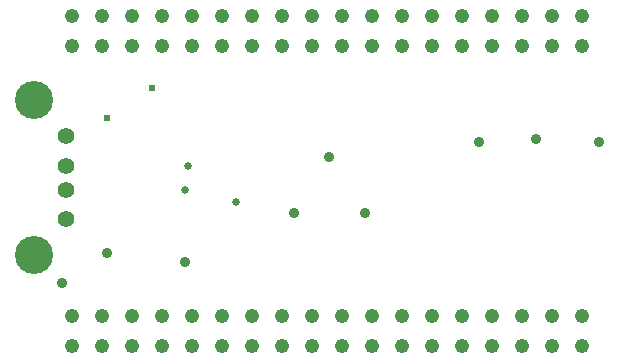
<source format=gbr>
G04 EAGLE Gerber RS-274X export*
G75*
%MOMM*%
%FSLAX34Y34*%
%LPD*%
%INEAGLE Copper Layer 2*%
%IPPOS*%
%AMOC8*
5,1,8,0,0,1.08239X$1,22.5*%
G01*
%ADD10C,1.244600*%
%ADD11C,0.904800*%
%ADD12C,1.400000*%
%ADD13C,3.220000*%
%ADD14C,0.609600*%
%ADD15C,0.654800*%
%ADD16C,0.914400*%


D10*
X148000Y60700D03*
X148000Y86100D03*
X173400Y60700D03*
X173400Y86100D03*
X198800Y60700D03*
X198800Y86100D03*
X224200Y60700D03*
X224200Y86100D03*
X249600Y60700D03*
X249600Y86100D03*
X275000Y60700D03*
X275000Y86100D03*
X300400Y60700D03*
X300400Y86100D03*
X325800Y60700D03*
X325800Y86100D03*
X351200Y60700D03*
X351200Y86100D03*
X376600Y60700D03*
X376600Y86100D03*
X402000Y60700D03*
X402000Y86100D03*
X427400Y60700D03*
X427400Y86100D03*
X452800Y60700D03*
X452800Y86100D03*
X478200Y60700D03*
X478200Y86100D03*
X503600Y60700D03*
X503600Y86100D03*
X529000Y60700D03*
X529000Y86100D03*
X554400Y60700D03*
X554400Y86100D03*
X579800Y60700D03*
X579800Y86100D03*
X148000Y314700D03*
X148000Y340100D03*
X173400Y314700D03*
X173400Y340100D03*
X198800Y314700D03*
X198800Y340100D03*
X224200Y314700D03*
X224200Y340100D03*
X249600Y314700D03*
X249600Y340100D03*
X275000Y314700D03*
X275000Y340100D03*
X300400Y314700D03*
X300400Y340100D03*
X325800Y314700D03*
X325800Y340100D03*
X351200Y314700D03*
X351200Y340100D03*
X376600Y314700D03*
X376600Y340100D03*
X402000Y314700D03*
X402000Y340100D03*
X427400Y314700D03*
X427400Y340100D03*
X452800Y314700D03*
X452800Y340100D03*
X478200Y314700D03*
X478200Y340100D03*
X503600Y314700D03*
X503600Y340100D03*
X529000Y314700D03*
X529000Y340100D03*
X554400Y314700D03*
X554400Y340100D03*
X579800Y314700D03*
X579800Y340100D03*
D11*
X365760Y220736D03*
X335760Y173736D03*
X395760Y173736D03*
D12*
X142600Y238200D03*
X142600Y213200D03*
X142600Y193200D03*
X142600Y168200D03*
D13*
X115499Y268900D03*
X115499Y137500D03*
D14*
X177800Y254000D03*
X215900Y279400D03*
D15*
X287020Y182880D03*
D16*
X243840Y132080D03*
X139700Y114300D03*
X177800Y139700D03*
D15*
X243840Y193040D03*
D16*
X594360Y233680D03*
X492760Y233680D03*
X541020Y236220D03*
D15*
X246380Y213360D03*
M02*

</source>
